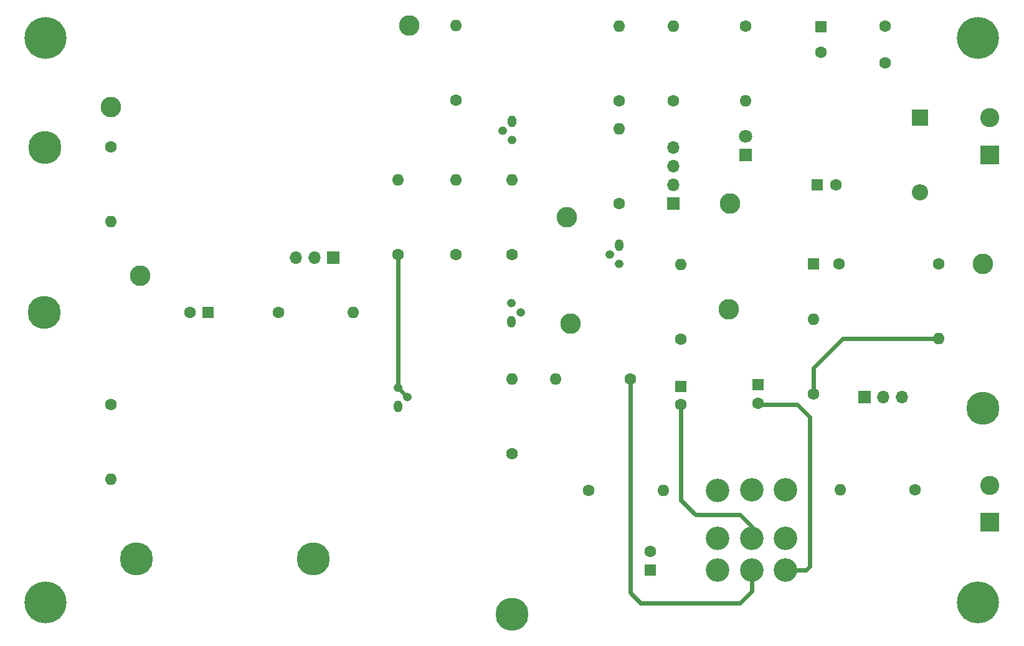
<source format=gbr>
%TF.GenerationSoftware,KiCad,Pcbnew,(7.0.0)*%
%TF.CreationDate,2023-03-04T17:37:48+02:00*%
%TF.ProjectId,efectul RN  asupra caract de frecv,65666563-7475-46c2-9052-4e2020617375,rev?*%
%TF.SameCoordinates,Original*%
%TF.FileFunction,Copper,L2,Bot*%
%TF.FilePolarity,Positive*%
%FSLAX46Y46*%
G04 Gerber Fmt 4.6, Leading zero omitted, Abs format (unit mm)*
G04 Created by KiCad (PCBNEW (7.0.0)) date 2023-03-04 17:37:48*
%MOMM*%
%LPD*%
G01*
G04 APERTURE LIST*
%TA.AperFunction,ComponentPad*%
%ADD10C,1.600000*%
%TD*%
%TA.AperFunction,ComponentPad*%
%ADD11O,1.600000X1.600000*%
%TD*%
%TA.AperFunction,ComponentPad*%
%ADD12C,4.500000*%
%TD*%
%TA.AperFunction,ComponentPad*%
%ADD13R,2.600000X2.600000*%
%TD*%
%TA.AperFunction,ComponentPad*%
%ADD14C,2.600000*%
%TD*%
%TA.AperFunction,ComponentPad*%
%ADD15R,1.700000X1.700000*%
%TD*%
%TA.AperFunction,ComponentPad*%
%ADD16O,1.700000X1.700000*%
%TD*%
%TA.AperFunction,ComponentPad*%
%ADD17R,2.200000X2.200000*%
%TD*%
%TA.AperFunction,ComponentPad*%
%ADD18O,2.200000X2.200000*%
%TD*%
%TA.AperFunction,ComponentPad*%
%ADD19C,3.600000*%
%TD*%
%TA.AperFunction,ConnectorPad*%
%ADD20C,5.700000*%
%TD*%
%TA.AperFunction,ComponentPad*%
%ADD21C,2.800000*%
%TD*%
%TA.AperFunction,ComponentPad*%
%ADD22O,1.200000X1.600000*%
%TD*%
%TA.AperFunction,ComponentPad*%
%ADD23O,1.200000X1.200000*%
%TD*%
%TA.AperFunction,ComponentPad*%
%ADD24R,1.600000X1.600000*%
%TD*%
%TA.AperFunction,ComponentPad*%
%ADD25C,3.200000*%
%TD*%
%TA.AperFunction,ComponentPad*%
%ADD26R,1.800000X1.800000*%
%TD*%
%TA.AperFunction,ComponentPad*%
%ADD27C,1.800000*%
%TD*%
%TA.AperFunction,Conductor*%
%ADD28C,0.600000*%
%TD*%
G04 APERTURE END LIST*
D10*
%TO.P,R82,1*%
%TO.N,Net-(J3-Pin_4)*%
X189987553Y-59648839D03*
D11*
%TO.P,R82,2*%
%TO.N,+24V*%
X189987552Y-49488838D03*
%TD*%
D12*
%TO.P,J6,1,Pin_1*%
%TO.N,IN1*%
X104500000Y-66000000D03*
%TD*%
D10*
%TO.P,C7,1*%
%TO.N,GND*%
X218772224Y-54541257D03*
%TO.P,C7,2*%
%TO.N,+24V*%
X218772224Y-49541257D03*
%TD*%
%TO.P,R7,1*%
%TO.N,Net-(J3-Pin_1)*%
X182593972Y-73660000D03*
D11*
%TO.P,R7,2*%
%TO.N,Net-(J3-Pin_4)*%
X182593971Y-63499999D03*
%TD*%
D10*
%TO.P,R81,1*%
%TO.N,Net-(J3-Pin_4)*%
X182593972Y-59660000D03*
D11*
%TO.P,R81,2*%
%TO.N,+24V*%
X182593971Y-49499999D03*
%TD*%
D13*
%TO.P,J5,1,Pin_1*%
%TO.N,GND*%
X232999999Y-116999999D03*
D14*
%TO.P,J5,2,Pin_2*%
X233000000Y-112000000D03*
%TD*%
D15*
%TO.P,J3,1,Pin_1*%
%TO.N,Net-(J3-Pin_1)*%
X190000462Y-73648313D03*
D16*
%TO.P,J3,2,Pin_2*%
%TO.N,Net-(J3-Pin_2)*%
X190000462Y-71108313D03*
%TO.P,J3,3,Pin_3*%
X190000462Y-68568313D03*
%TO.P,J3,4,Pin_4*%
%TO.N,Net-(J3-Pin_4)*%
X190000462Y-66028313D03*
%TD*%
D17*
%TO.P,D2,1,K*%
%TO.N,+24V*%
X223496667Y-61999054D03*
D18*
%TO.P,D2,2,A*%
%TO.N,GND*%
X223496667Y-72159054D03*
%TD*%
D19*
%TO.P,H3,1*%
%TO.N,N/C*%
X231400000Y-51100000D03*
D20*
X231400000Y-51100000D03*
%TD*%
D21*
%TO.P,TP11,1,1*%
%TO.N,Net-(Q1-C)*%
X175500000Y-75500000D03*
%TD*%
D13*
%TO.P,J4,1,Pin_1*%
%TO.N,+24V*%
X232999999Y-66999999D03*
D14*
%TO.P,J4,2,Pin_2*%
X233000000Y-62000000D03*
%TD*%
D10*
%TO.P,R0XR1,1*%
%TO.N,GND*%
X222817482Y-112588413D03*
D11*
%TO.P,R0XR1,2*%
%TO.N,Net-(R0XR1-Pad2)*%
X212657481Y-112588412D03*
%TD*%
D10*
%TO.P,R5,1*%
%TO.N,Net-(R5-Pad1)*%
X184080000Y-97500000D03*
D11*
%TO.P,R5,2*%
%TO.N,Net-(Q1-E)*%
X173919999Y-97499999D03*
%TD*%
D21*
%TO.P,TP12,1,1*%
%TO.N,Net-(Q1-E)*%
X176000000Y-90000000D03*
%TD*%
D22*
%TO.P,Q1,1,E*%
%TO.N,Net-(Q1-E)*%
X167982956Y-89766967D03*
D23*
%TO.P,Q1,2,B*%
%TO.N,Net-(J1-Pin_1)*%
X169252956Y-88496967D03*
%TO.P,Q1,3,C*%
%TO.N,Net-(Q1-C)*%
X167982956Y-87226967D03*
%TD*%
D10*
%TO.P,RL1,1*%
%TO.N,Net-(J2-Pin_3)*%
X226000000Y-81887379D03*
D11*
%TO.P,RL1,2*%
%TO.N,GND*%
X225999999Y-92047378D03*
%TD*%
D22*
%TO.P,Q3,1,E*%
%TO.N,GND*%
X152499999Y-101210519D03*
D23*
%TO.P,Q3,2,B*%
%TO.N,Net-(Q3-B)*%
X153769999Y-99940519D03*
%TO.P,Q3,3,C*%
X152499999Y-98670519D03*
%TD*%
D24*
%TO.P,C3,1*%
%TO.N,Net-(C3-Pad1)*%
X186805685Y-123498321D03*
D10*
%TO.P,C3,2*%
%TO.N,GND*%
X186805686Y-120998322D03*
%TD*%
D12*
%TO.P,TP3,1,1*%
%TO.N,GND*%
X232000000Y-101500000D03*
%TD*%
D10*
%TO.P,Rix1,1*%
%TO.N,Net-(J1-Pin_3)*%
X136252957Y-88500000D03*
D11*
%TO.P,Rix1,2*%
%TO.N,Net-(J1-Pin_1)*%
X146412956Y-88499999D03*
%TD*%
D12*
%TO.P,TP1,1,1*%
%TO.N,GND*%
X141000000Y-122000000D03*
%TD*%
%TO.P,TP4,1,1*%
%TO.N,GND*%
X117000000Y-122000000D03*
%TD*%
D21*
%TO.P,TP10,1,1*%
%TO.N,Net-(J3-Pin_1)*%
X197632215Y-73641464D03*
%TD*%
D24*
%TO.P,C8,1*%
%TO.N,+24V*%
X209999999Y-49564686D03*
D10*
%TO.P,C8,2*%
%TO.N,GND*%
X210000000Y-53064687D03*
%TD*%
D19*
%TO.P,H2,1*%
%TO.N,N/C*%
X104600000Y-51100000D03*
D20*
X104600000Y-51100000D03*
%TD*%
D10*
%TO.P,R13,1*%
%TO.N,+24V*%
X199745800Y-49539662D03*
D11*
%TO.P,R13,2*%
%TO.N,Net-(D1-A)*%
X199745799Y-59699661D03*
%TD*%
D21*
%TO.P,TP9,1,1*%
%TO.N,Net-(Q2-C)*%
X197500000Y-88000000D03*
%TD*%
D12*
%TO.P,TP2,1,1*%
%TO.N,GND*%
X168000000Y-129500000D03*
%TD*%
D25*
%TO.P,S1,1*%
%TO.N,Net-(C2-Pad2)*%
X205208409Y-123486361D03*
%TO.P,S1,2*%
%TO.N,Net-(R5-Pad1)*%
X200608409Y-123486361D03*
%TO.P,S1,3*%
%TO.N,Net-(C3-Pad1)*%
X196008409Y-123486361D03*
%TO.P,S1,4*%
%TO.N,unconnected-(S1-Pad4)*%
X205208409Y-119166361D03*
%TO.P,S1,5*%
%TO.N,Net-(C4-Pad2)*%
X200608409Y-119166361D03*
%TO.P,S1,6*%
%TO.N,GND*%
X196008409Y-119166361D03*
%TO.P,S1,7*%
%TO.N,Net-(R0XR1-Pad2)*%
X205208409Y-112566361D03*
%TO.P,S1,8*%
%TO.N,Net-(J2-Pin_1)*%
X200608409Y-112566361D03*
%TO.P,S1,9*%
%TO.N,Net-(R0XA1-Pad2)*%
X196008409Y-112686361D03*
%TD*%
D22*
%TO.P,Q4,1,E*%
%TO.N,+24V*%
X168003152Y-62506444D03*
D23*
%TO.P,Q4,2,B*%
%TO.N,Net-(Q4-B)*%
X166733152Y-63776444D03*
%TO.P,Q4,3,C*%
X168003152Y-65046444D03*
%TD*%
D21*
%TO.P,TP5,1,1*%
%TO.N,Net-(J2-Pin_3)*%
X232000000Y-81862658D03*
%TD*%
D12*
%TO.P,J7,1,Pin_1*%
%TO.N,IN2*%
X104469226Y-88438745D03*
%TD*%
D19*
%TO.P,H1,1*%
%TO.N,N/C*%
X104600000Y-127900000D03*
D20*
X104600000Y-127900000D03*
%TD*%
D10*
%TO.P,R3,1*%
%TO.N,Net-(J1-Pin_1)*%
X160370184Y-80580000D03*
D11*
%TO.P,R3,2*%
%TO.N,Net-(R1-Pad1)*%
X160370183Y-70419999D03*
%TD*%
D26*
%TO.P,D1,1,K*%
%TO.N,GND*%
X199764838Y-67039999D03*
D27*
%TO.P,D1,2,A*%
%TO.N,Net-(D1-A)*%
X199764839Y-64500000D03*
%TD*%
D21*
%TO.P,TP7,1,1*%
%TO.N,IN1*%
X113500000Y-60500000D03*
%TD*%
D10*
%TO.P,R12,1*%
%TO.N,IN2*%
X113500000Y-101000000D03*
D11*
%TO.P,R12,2*%
%TO.N,GND*%
X113499999Y-111159999D03*
%TD*%
D22*
%TO.P,Q2,1,E*%
%TO.N,Net-(J3-Pin_1)*%
X182577884Y-79342007D03*
D23*
%TO.P,Q2,2,B*%
%TO.N,Net-(Q1-C)*%
X181307884Y-80612007D03*
%TO.P,Q2,3,C*%
%TO.N,Net-(Q2-C)*%
X182577884Y-81882007D03*
%TD*%
D24*
%TO.P,C4,1*%
%TO.N,Net-(C4-Pad1)*%
X190999999Y-98499999D03*
D10*
%TO.P,C4,2*%
%TO.N,Net-(C4-Pad2)*%
X191000000Y-101000000D03*
%TD*%
D24*
%TO.P,C5,1*%
%TO.N,Net-(Q2-C)*%
X208999999Y-81900409D03*
D10*
%TO.P,C5,2*%
%TO.N,Net-(J2-Pin_3)*%
X212500000Y-81900410D03*
%TD*%
D15*
%TO.P,J2,1,Pin_1*%
%TO.N,Net-(J2-Pin_1)*%
X215959999Y-99999999D03*
D16*
%TO.P,J2,2,Pin_2*%
X218499999Y-99999999D03*
%TO.P,J2,3,Pin_3*%
%TO.N,Net-(J2-Pin_3)*%
X221039999Y-99999999D03*
%TD*%
D10*
%TO.P,R6,1*%
%TO.N,Net-(Q1-C)*%
X168000000Y-80616136D03*
D11*
%TO.P,R6,2*%
%TO.N,Net-(Q4-B)*%
X167999999Y-70456135D03*
%TD*%
D24*
%TO.P,C6,1*%
%TO.N,Net-(J3-Pin_2)*%
X209546979Y-71140182D03*
D10*
%TO.P,C6,2*%
%TO.N,GND*%
X212046980Y-71140183D03*
%TD*%
D24*
%TO.P,C1,1*%
%TO.N,Net-(J1-Pin_3)*%
X126752956Y-88499999D03*
D10*
%TO.P,C1,2*%
%TO.N,IN2*%
X124252957Y-88500000D03*
%TD*%
%TO.P,R1,1*%
%TO.N,Net-(R1-Pad1)*%
X160370184Y-59580000D03*
D11*
%TO.P,R1,2*%
%TO.N,+24V*%
X160370183Y-49419999D03*
%TD*%
D10*
%TO.P,R0XA1,1*%
%TO.N,GND*%
X178420000Y-112673505D03*
D11*
%TO.P,R0XA1,2*%
%TO.N,Net-(R0XA1-Pad2)*%
X188579999Y-112673504D03*
%TD*%
D21*
%TO.P,TP8,1,1*%
%TO.N,+24V*%
X154030866Y-49427642D03*
%TD*%
D10*
%TO.P,R9,1*%
%TO.N,GND*%
X209000000Y-99580000D03*
D11*
%TO.P,R9,2*%
%TO.N,Net-(Q2-C)*%
X208999999Y-89419999D03*
%TD*%
D21*
%TO.P,TP6,1,1*%
%TO.N,IN2*%
X117500000Y-83500000D03*
%TD*%
D10*
%TO.P,R2,1*%
%TO.N,Net-(Q3-B)*%
X152500000Y-80580000D03*
D11*
%TO.P,R2,2*%
%TO.N,Net-(R1-Pad1)*%
X152499999Y-70419999D03*
%TD*%
D15*
%TO.P,J1,1,Pin_1*%
%TO.N,Net-(J1-Pin_1)*%
X143752956Y-80999999D03*
D16*
%TO.P,J1,2,Pin_2*%
X141212956Y-80999999D03*
%TO.P,J1,3,Pin_3*%
%TO.N,Net-(J1-Pin_3)*%
X138672956Y-80999999D03*
%TD*%
D24*
%TO.P,C2,1*%
%TO.N,Net-(Q2-C)*%
X201499999Y-98317620D03*
D10*
%TO.P,C2,2*%
%TO.N,Net-(C2-Pad2)*%
X201500000Y-100817621D03*
%TD*%
%TO.P,R10,1*%
%TO.N,Net-(C4-Pad1)*%
X191000000Y-92080000D03*
D11*
%TO.P,R10,2*%
%TO.N,Net-(Q2-C)*%
X190999999Y-81919999D03*
%TD*%
D10*
%TO.P,R4,1*%
%TO.N,GND*%
X168001127Y-107671001D03*
D11*
%TO.P,R4,2*%
%TO.N,Net-(Q1-E)*%
X168001126Y-97511000D03*
%TD*%
D19*
%TO.P,H4,1*%
%TO.N,N/C*%
X231400000Y-127900000D03*
D20*
X231400000Y-127900000D03*
%TD*%
D10*
%TO.P,R11,1*%
%TO.N,IN1*%
X113500000Y-65920000D03*
D11*
%TO.P,R11,2*%
%TO.N,IN2*%
X113499999Y-76079999D03*
%TD*%
D28*
%TO.N,Net-(C2-Pad2)*%
X208013639Y-123486361D02*
X208500000Y-123000000D01*
X208500000Y-123000000D02*
X208500000Y-102704405D01*
X206795595Y-101000000D02*
X201682379Y-101000000D01*
X205208409Y-123486361D02*
X208013639Y-123486361D01*
X201682379Y-101000000D02*
X201500000Y-100817621D01*
X208500000Y-102704405D02*
X206795595Y-101000000D01*
%TO.N,GND*%
X226000000Y-92047379D02*
X212952621Y-92047379D01*
X209000000Y-96000000D02*
X209000000Y-99580000D01*
X212952621Y-92047379D02*
X209000000Y-96000000D01*
%TO.N,Net-(C4-Pad2)*%
X200608409Y-117608409D02*
X200608409Y-119166361D01*
X193000000Y-116000000D02*
X199000000Y-116000000D01*
X199000000Y-116000000D02*
X200608409Y-117608409D01*
X191000000Y-101000000D02*
X191000000Y-114000000D01*
X191000000Y-114000000D02*
X193000000Y-116000000D01*
%TO.N,Net-(Q3-B)*%
X152500000Y-98670520D02*
X153770000Y-99940520D01*
X152500000Y-98670520D02*
X152500000Y-80580000D01*
%TO.N,Net-(R5-Pad1)*%
X199000000Y-128000000D02*
X200608409Y-126391591D01*
X200608409Y-126391591D02*
X200608409Y-123486361D01*
X184080000Y-126580000D02*
X185500000Y-128000000D01*
X185500000Y-128000000D02*
X199000000Y-128000000D01*
X184080000Y-97500000D02*
X184080000Y-126580000D01*
%TD*%
M02*

</source>
